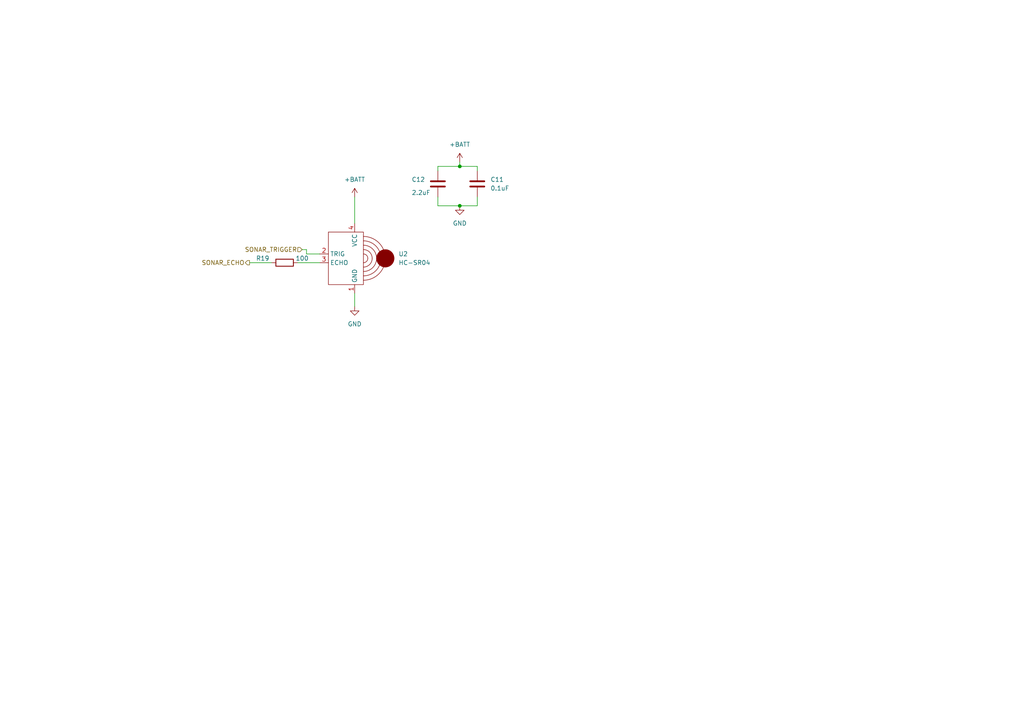
<source format=kicad_sch>
(kicad_sch (version 20230121) (generator eeschema)
  (paper "A4")
  (lib_symbols
    (symbol "Device:C" (pin_numbers hide) (pin_names (offset 0.254))
      (property "Reference" "C" (at 0.635 2.54 0))
      (property "Value" "C" (at 0.635 -2.54 0))
      (symbol "C_0_1"
        (polyline (pts (xy -2.032 -0.762) (xy 2.032 -0.762)) (stroke (width 0.508)))
        (polyline (pts (xy -2.032 0.762) (xy 2.032 0.762)) (stroke (width 0.508)))
      )
      (symbol "C_1_1"
        (pin passive line (at 0 3.81 270) (length 2.794) (name "~") (number "1"))
        (pin passive line (at 0 -3.81 90) (length 2.794) (name "~") (number "2"))
      )
    )
    (symbol "Device:R" (pin_numbers hide) (pin_names (offset 0))
      (property "Reference" "R" (at 2.032 0 90))
      (property "Value" "R" (at 0 0 90))
      (symbol "R_0_1"
        (rectangle (start -1.016 -2.54) (end 1.016 2.54) (stroke (width 0.254)))
      )
      (symbol "R_1_1"
        (pin passive line (at 0 3.81 270) (length 1.27) (name "~") (number "1"))
        (pin passive line (at 0 -3.81 90) (length 1.27) (name "~") (number "2"))
      )
    )
    (symbol "minimouse:HC-SR04"
      (property "Reference" "U" (at 0 0 0))
      (property "Value" "HC-SR04" (at 0 0 0))
      (symbol "HC-SR04_0_1"
        (rectangle (start -7.62 7.62) (end 2.54 -7.62))
        (arc (start 2.54 -6.35) (mid 7.0301 -4.4901) (end 8.89 0))
        (arc (start 2.54 -5.08) (mid 6.1321 -3.5921) (end 7.62 0))
        (arc (start 2.54 -3.81) (mid 5.2341 -2.6941) (end 6.35 0))
        (arc (start 2.54 -2.54) (mid 4.3361 -1.7961) (end 5.08 0))
        (arc (start 2.54 -1.27) (mid 3.438 -0.898) (end 3.81 0))
        (arc (start 3.81 0) (mid 3.438 0.898) (end 2.54 1.27))
        (arc (start 5.08 0) (mid 4.3361 1.7961) (end 2.54 2.54))
        (arc (start 6.35 0) (mid 5.2341 2.6941) (end 2.54 3.81))
        (arc (start 7.62 0) (mid 6.1321 3.5921) (end 2.54 5.08))
        (arc (start 8.89 0) (mid 7.0301 4.4901) (end 2.54 6.35))
      )
      (symbol "HC-SR04_1_1"
        (circle (center 8.89 0) (radius 2.54) (fill (type outline)))
        (pin power_in line (at 0 -10.16 90) (length 2.54) (name "GND") (number "1"))
        (pin input line (at -10.16 1.27 0) (length 2.54) (name "TRIG") (number "2"))
        (pin output line (at -10.16 -1.27 0) (length 2.54) (name "ECHO") (number "3"))
        (pin power_in line (at 0 10.16 270) (length 2.54) (name "VCC") (number "4"))
      )
    )
    (symbol "power:+BATT" (power) (pin_names (offset 0))
      (property "Value" "+BATT" (at 0 3.556 0))
      (symbol "+BATT_0_1"
        (polyline (pts (xy -0.762 1.27) (xy 0 2.54)))
        (polyline (pts (xy 0 0) (xy 0 2.54)))
        (polyline (pts (xy 0 2.54) (xy 0.762 1.27)))
      )
      (symbol "+BATT_1_1"
        (pin power_in line (at 0 0 90) (length 0) hide (name "+BATT") (number "1"))
      )
    )
    (symbol "power:GND" (power) (pin_names (offset 0))
      (property "Value" "GND" (at 0 -3.81 0))
      (symbol "GND_0_1"
        (polyline (pts (xy 0 0) (xy 0 -1.27) (xy 1.27 -1.27) (xy 0 -2.54) (xy -1.27 -1.27) (xy 0 -1.27)))
      )
      (symbol "GND_1_1"
        (pin power_in line (at 0 0 270) (length 0) hide (name "GND") (number "1"))
      )
    )
  )
  (junction (at 133.35 48.26))
  (junction (at 133.35 59.69))
  (wire (pts (xy 88.9 73.66) (xy 92.71 73.66)))
  (wire (pts (xy 88.9 72.39) (xy 88.9 73.66)))
  (wire (pts (xy 86.36 76.2) (xy 92.71 76.2)))
  (wire (pts (xy 138.43 48.26) (xy 138.43 49.53)))
  (wire (pts (xy 127 48.26) (xy 133.35 48.26)))
  (wire (pts (xy 138.43 57.15) (xy 138.43 59.69)))
  (wire (pts (xy 102.87 85.09) (xy 102.87 88.9)))
  (wire (pts (xy 138.43 48.26) (xy 133.35 48.26)))
  (wire (pts (xy 72.39 76.2) (xy 78.74 76.2)))
  (wire (pts (xy 87.63 72.39) (xy 88.9 72.39)))
  (wire (pts (xy 127 48.26) (xy 127 49.53)))
  (wire (pts (xy 127 59.69) (xy 133.35 59.69)))
  (wire (pts (xy 138.43 59.69) (xy 133.35 59.69)))
  (wire (pts (xy 102.87 64.77) (xy 102.87 57.15)))
  (wire (pts (xy 127 57.15) (xy 127 59.69)))
  (wire (pts (xy 133.35 48.26) (xy 133.35 46.99)))
  (hierarchical_label "SONAR_TRIGGER" (shape input) (at 87.63 72.39 180))
  (hierarchical_label "SONAR_ECHO" (shape output) (at 72.39 76.2 180))
  (symbol (lib_id "Device:R") (at 82.55 76.2 90) (unit 1)
    (property "Reference" "R19" (at 76.2 74.93 90))
    (property "Value" "100" (at 87.63 74.93 90))
    (property "Footprint" "Resistor_SMD:R_0603_1608Metric" (effects hide))
  )
  (symbol (lib_id "Device:C") (at 138.43 53.34 0) (unit 1)
    (property "Reference" "C11" (at 142.24 52.07 0) (effects (justify left)))
    (property "Value" "0.1uF" (at 142.24 54.61 0) (effects (justify left)))
    (property "Footprint" "Capacitor_SMD:C_0603_1608Metric" (effects hide))
  )
  (symbol (lib_id "minimouse:HC-SR04") (at 102.87 74.93 0) (unit 1)
    (property "Reference" "U2" (at 115.57 73.66 0) (effects (justify left)))
    (property "Value" "HC-SR04" (at 115.57 76.2 0) (effects (justify left)))
    (property "Footprint" "minimouse:HC-SR04" (effects hide))
  )
  (symbol (lib_id "power:+BATT") (at 102.87 57.15 0) (unit 1)
    (property "Reference" "#PWR025" (effects hide))
    (property "Value" "+BATT" (at 102.87 52.07 0))
  )
  (symbol (lib_id "power:+BATT") (at 133.35 46.99 0) (unit 1)
    (property "Reference" "#PWR026" (effects hide))
    (property "Value" "+BATT" (at 133.35 41.91 0))
  )
  (symbol (lib_id "Device:C") (at 127 53.34 0) (unit 1)
    (property "Reference" "C12" (at 119.38 52.07 0) (effects (justify left)))
    (property "Value" "2.2uF" (at 119.38 55.88 0) (effects (justify left)))
    (property "Footprint" "Capacitor_SMD:C_0603_1608Metric" (effects hide))
  )
  (symbol (lib_id "power:GND") (at 102.87 88.9 0) (unit 1)
    (property "Reference" "#PWR016" (effects hide))
    (property "Value" "GND" (at 102.87 93.98 0))
  )
  (symbol (lib_id "power:GND") (at 133.35 59.69 0) (unit 1)
    (property "Reference" "#PWR027" (effects hide))
    (property "Value" "GND" (at 133.35 64.77 0))
  )
)
</source>
